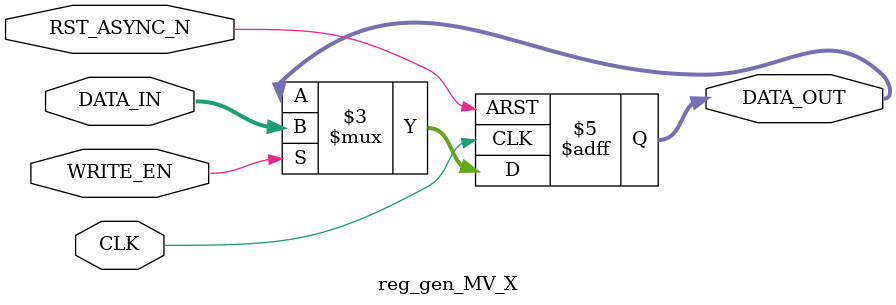
<source format=v>
/*-----------------------------------------------------------------------------------
* File: reg_gen_MV_X.v
* Date generated: 25/03/2023
* Date modified: 10/05/2023
* Author: Bruna Suemi Nagai
* Description: Stores the horizontal component of the MV generator output
*----------------------------------------------------------------------------------- */

module reg_gen_MV_X (
    CLK,
    RST_ASYNC_N, 
    WRITE_EN,
    DATA_IN,  
    DATA_OUT
);


// ------------------------------------------
// IO declaration
// ------------------------------------------
    input CLK;                              // Clock
    input RST_ASYNC_N;						// Asynchronous reset
    input WRITE_EN;							// Enables writing
    input signed [18:0] DATA_IN;			// Data in
    output reg signed [18:0] DATA_OUT;	    // Data out
    

// ------------------------------------------
// Sequential logic
// ------------------------------------------
always @(posedge CLK, negedge RST_ASYNC_N) begin
if (!RST_ASYNC_N)                        // If rst async is low
    begin
            DATA_OUT <= 19'b0;
    end
    
    else if (WRITE_EN) 		 			    // If write enable is high
    begin
        DATA_OUT <= DATA_IN; 			    // Write data to the register at the specified address
    end 
end

endmodule // reg_gen_MV_X
    
</source>
